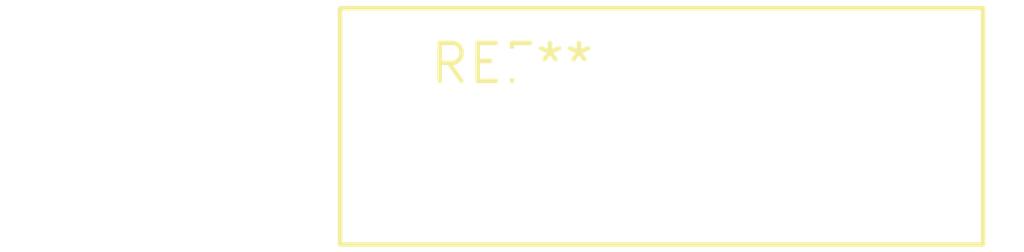
<source format=kicad_pcb>
(kicad_pcb (version 20240108) (generator pcbnew)
  (layers (0 "F.Cu" signal) (31 "B.Cu" signal) (34 "B.Paste" user) (35 "F.Paste" user) (36 "B.SilkS" user "B.Silkscreen") (37 "F.SilkS" user "F.Silkscreen") (38 "B.Mask" user) (39 "F.Mask" user) (44 "Edge.Cuts" user))
  (net 0 "")
  (footprint "RV_Disc_D21.5mm_W7.9mm_P10mm" (layer "F.Cu") (at 0 0)
    (property "Reference" "REF**")
    (property "Value" "RV_Disc_D21.5mm_W7.9mm_P10mm")
    (fp_line (start -5.75 -1.85) (end -5.75 6.05) (layer "F.SilkS") (stroke (width 0.15)))
    (fp_line (start -5.75 -1.85) (end 15.75 -1.85) (layer "F.SilkS") (stroke (width 0.15)))
    (fp_line (start -5.75 6.05) (end 15.75 6.05) (layer "F.SilkS") (stroke (width 0.15)))
    (fp_line (start 15.75 -1.85) (end 15.75 6.05) (layer "F.SilkS") (stroke (width 0.15)))
    (pad "1" thru_hole circle (at 0 0) (size 2 2) (drill 1) (layers *.Cu *.Mask) (remove_unused_layers))
    (pad "2" thru_hole circle (at 10 4.2) (size 2 2) (drill 1) (layers *.Cu *.Mask) (remove_unused_layers))
  )
)
</source>
